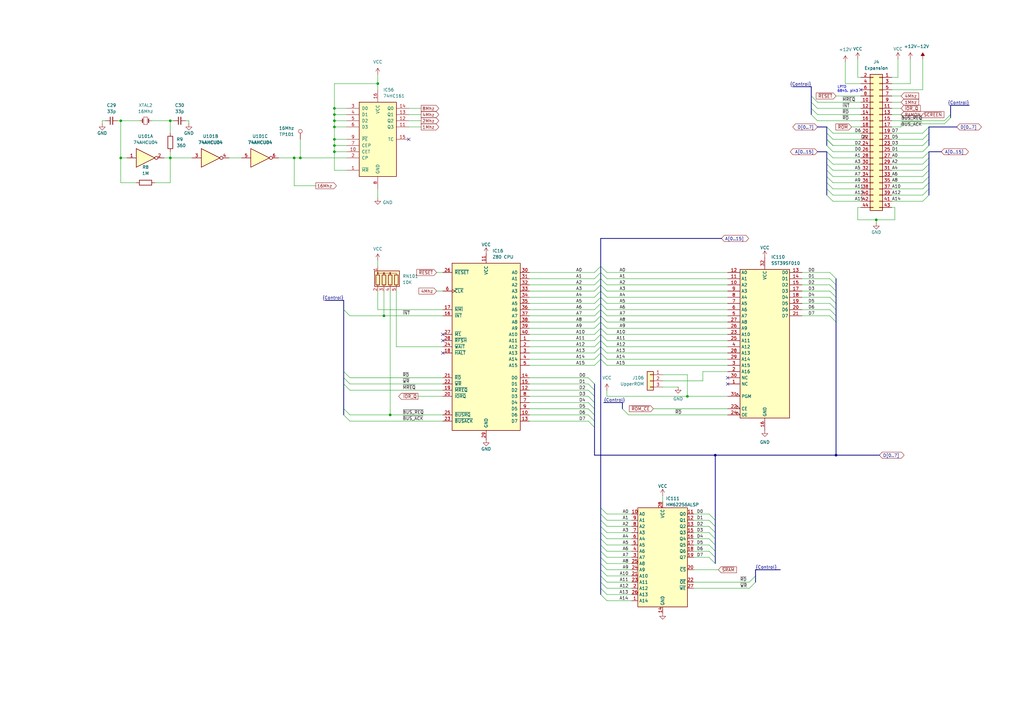
<source format=kicad_sch>
(kicad_sch (version 20250114) (generator "eeschema") (generator_version "9.0")
  (paper "A3")
  (title_block (title "CPU") (date "2025-06-04") (rev "3"))
  (lib_symbols
    (symbol "74xx:74LS04"
      (property "Reference" "U" (at 0 1.27 0))
      (property "Value" "74LS04" (at 0 -1.27 0))
      (symbol "74LS04_1_0"
        (pin input line (at -7.62 0 0) (length 3.81) (name "~") (number "1"))
        (pin output inverted (at 7.62 0 180) (length 3.81) (name "~") (number "2"))
      )
      (symbol "74LS04_2_0"
        (pin input line (at -7.62 0 0) (length 3.81) (name "~") (number "3"))
        (pin output inverted (at 7.62 0 180) (length 3.81) (name "~") (number "4"))
      )
      (symbol "74LS04_3_0"
        (pin input line (at -7.62 0 0) (length 3.81) (name "~") (number "5"))
        (pin output inverted (at 7.62 0 180) (length 3.81) (name "~") (number "6"))
      )
      (symbol "74LS04_4_0"
        (pin input line (at -7.62 0 0) (length 3.81) (name "~") (number "9"))
        (pin output inverted (at 7.62 0 180) (length 3.81) (name "~") (number "8"))
      )
      (symbol "74LS04_5_0"
        (pin input line (at -7.62 0 0) (length 3.81) (name "~") (number "11"))
        (pin output inverted (at 7.62 0 180) (length 3.81) (name "~") (number "10"))
      )
      (symbol "74LS04_6_0"
        (pin input line (at -7.62 0 0) (length 3.81) (name "~") (number "13"))
        (pin output inverted (at 7.62 0 180) (length 3.81) (name "~") (number "12"))
      )
      (symbol "74LS04_7_0"
        (pin power_in line (at 0 12.7 270) (length 5.08) (name "VCC") (number "14"))
        (pin power_in line (at 0 -12.7 90) (length 5.08) (name "GND") (number "7"))
      )
    )
    (symbol "74xx:74LS161" (pin_names (offset 1.016))
      (property "Reference" "U" (at -7.62 16.51 0))
      (property "Value" "74LS161" (at -7.62 -16.51 0))
      (symbol "74LS161_1_0"
        (pin input line (at -12.7 12.7 0) (length 5.08) (name "D0") (number "3"))
        (pin input line (at -12.7 10.16 0) (length 5.08) (name "D1") (number "4"))
        (pin input line (at -12.7 7.62 0) (length 5.08) (name "D2") (number "5"))
        (pin input line (at -12.7 5.08 0) (length 5.08) (name "D3") (number "6"))
        (pin input line (at -12.7 0 0) (length 5.08) (name "~{PE}") (number "9"))
        (pin input line (at -12.7 -2.54 0) (length 5.08) (name "CEP") (number "7"))
        (pin input line (at -12.7 -5.08 0) (length 5.08) (name "CET") (number "10"))
        (pin input line (at -12.7 -7.62 0) (length 5.08) (name "CP") (number "2"))
        (pin input line (at -12.7 -12.7 0) (length 5.08) (name "~{MR}") (number "1"))
        (pin power_in line (at 0 20.32 270) (length 5.08) (name "VCC") (number "16"))
        (pin power_in line (at 0 -20.32 90) (length 5.08) (name "GND") (number "8"))
        (pin output line (at 12.7 12.7 180) (length 5.08) (name "Q0") (number "14"))
        (pin output line (at 12.7 10.16 180) (length 5.08) (name "Q1") (number "13"))
        (pin output line (at 12.7 7.62 180) (length 5.08) (name "Q2") (number "12"))
        (pin output line (at 12.7 5.08 180) (length 5.08) (name "Q3") (number "11"))
        (pin output line (at 12.7 0 180) (length 5.08) (name "TC") (number "15"))
      )
    )
    (symbol "CPU:Z80CPU" (pin_names (offset 1.016))
      (property "Reference" "U" (at -13.97 35.56 0))
      (property "Value" "Z80CPU" (at 6.35 35.56 0))
      (symbol "Z80CPU_1_1"
        (pin input line (at -17.78 30.48 0) (length 3.81) (name "~{RESET}") (number "26"))
        (pin input clock (at -17.78 22.86 0) (length 3.81) (name "~{CLK}") (number "6"))
        (pin input line (at -17.78 15.24 0) (length 3.81) (name "~{NMI}") (number "17"))
        (pin input line (at -17.78 12.7 0) (length 3.81) (name "~{INT}") (number "16"))
        (pin output line (at -17.78 5.08 0) (length 3.81) (name "~{M1}") (number "27"))
        (pin output line (at -17.78 2.54 0) (length 3.81) (name "~{RFSH}") (number "28"))
        (pin input line (at -17.78 0 0) (length 3.81) (name "~{WAIT}") (number "24"))
        (pin output line (at -17.78 -2.54 0) (length 3.81) (name "~{HALT}") (number "18"))
        (pin output line (at -17.78 -12.7 0) (length 3.81) (name "~{RD}") (number "21"))
        (pin output line (at -17.78 -15.24 0) (length 3.81) (name "~{WR}") (number "22"))
        (pin output line (at -17.78 -17.78 0) (length 3.81) (name "~{MREQ}") (number "19"))
        (pin output line (at -17.78 -20.32 0) (length 3.81) (name "~{IORQ}") (number "20"))
        (pin input line (at -17.78 -27.94 0) (length 3.81) (name "~{BUSRQ}") (number "25"))
        (pin output line (at -17.78 -30.48 0) (length 3.81) (name "~{BUSACK}") (number "23"))
        (pin power_in line (at 0 38.1 270) (length 3.81) (name "VCC") (number "11"))
        (pin power_in line (at 0 -38.1 90) (length 3.81) (name "GND") (number "29"))
        (pin output line (at 17.78 30.48 180) (length 3.81) (name "A0") (number "30"))
        (pin output line (at 17.78 27.94 180) (length 3.81) (name "A1") (number "31"))
        (pin output line (at 17.78 25.4 180) (length 3.81) (name "A2") (number "32"))
        (pin output line (at 17.78 22.86 180) (length 3.81) (name "A3") (number "33"))
        (pin output line (at 17.78 20.32 180) (length 3.81) (name "A4") (number "34"))
        (pin output line (at 17.78 17.78 180) (length 3.81) (name "A5") (number "35"))
        (pin output line (at 17.78 15.24 180) (length 3.81) (name "A6") (number "36"))
        (pin output line (at 17.78 12.7 180) (length 3.81) (name "A7") (number "37"))
        (pin output line (at 17.78 10.16 180) (length 3.81) (name "A8") (number "38"))
        (pin output line (at 17.78 7.62 180) (length 3.81) (name "A9") (number "39"))
        (pin output line (at 17.78 5.08 180) (length 3.81) (name "A10") (number "40"))
        (pin output line (at 17.78 2.54 180) (length 3.81) (name "A11") (number "1"))
        (pin output line (at 17.78 0 180) (length 3.81) (name "A12") (number "2"))
        (pin output line (at 17.78 -2.54 180) (length 3.81) (name "A13") (number "3"))
        (pin output line (at 17.78 -5.08 180) (length 3.81) (name "A14") (number "4"))
        (pin output line (at 17.78 -7.62 180) (length 3.81) (name "A15") (number "5"))
        (pin bidirectional line (at 17.78 -12.7 180) (length 3.81) (name "D0") (number "14"))
        (pin bidirectional line (at 17.78 -15.24 180) (length 3.81) (name "D1") (number "15"))
        (pin bidirectional line (at 17.78 -17.78 180) (length 3.81) (name "D2") (number "12"))
        (pin bidirectional line (at 17.78 -20.32 180) (length 3.81) (name "D3") (number "8"))
        (pin bidirectional line (at 17.78 -22.86 180) (length 3.81) (name "D4") (number "7"))
        (pin bidirectional line (at 17.78 -25.4 180) (length 3.81) (name "D5") (number "9"))
        (pin bidirectional line (at 17.78 -27.94 180) (length 3.81) (name "D6") (number "10"))
        (pin bidirectional line (at 17.78 -30.48 180) (length 3.81) (name "D7") (number "13"))
      )
    )
    (symbol "Connector:TestPoint" (pin_numbers (hide yes)) (pin_names (offset 0.762) (hide yes))
      (property "Reference" "TP" (at 0 6.858 0))
      (property "Value" "TestPoint" (at 0 5.08 0))
      (symbol "TestPoint_1_1"
        (pin passive line (at 0 0 90) (length 2.54) (name "1") (number "1"))
      )
    )
    (symbol "Connector_Generic:Conn_01x03" (pin_names (offset 1.016) (hide yes))
      (property "Reference" "J" (at 0 5.08 0))
      (property "Value" "Conn_01x03" (at 0 -5.08 0))
      (symbol "Conn_01x03_1_1"
        (pin passive line (at -5.08 2.54 0) (length 3.81) (name "Pin_1") (number "1"))
        (pin passive line (at -5.08 0 0) (length 3.81) (name "Pin_2") (number "2"))
        (pin passive line (at -5.08 -2.54 0) (length 3.81) (name "Pin_3") (number "3"))
      )
    )
    (symbol "Connector_Generic:Conn_02x22_Odd_Even" (pin_names (offset 1.016) (hide yes))
      (property "Reference" "J" (at 1.27 27.94 0))
      (property "Value" "Conn_02x22_Odd_Even" (at 1.27 -30.48 0))
      (symbol "Conn_02x22_Odd_Even_1_1"
        (pin passive line (at -5.08 25.4 0) (length 3.81) (name "Pin_1") (number "1"))
        (pin passive line (at -5.08 22.86 0) (length 3.81) (name "Pin_3") (number "3"))
        (pin passive line (at -5.08 20.32 0) (length 3.81) (name "Pin_5") (number "5"))
        (pin passive line (at -5.08 17.78 0) (length 3.81) (name "Pin_7") (number "7"))
        (pin passive line (at -5.08 15.24 0) (length 3.81) (name "Pin_9") (number "9"))
        (pin passive line (at -5.08 12.7 0) (length 3.81) (name "Pin_11") (number "11"))
        (pin passive line (at -5.08 10.16 0) (length 3.81) (name "Pin_13") (number "13"))
        (pin passive line (at -5.08 7.62 0) (length 3.81) (name "Pin_15") (number "15"))
        (pin passive line (at -5.08 5.08 0) (length 3.81) (name "Pin_17") (number "17"))
        (pin passive line (at -5.08 2.54 0) (length 3.81) (name "Pin_19") (number "19"))
        (pin passive line (at -5.08 0 0) (length 3.81) (name "Pin_21") (number "21"))
        (pin passive line (at -5.08 -2.54 0) (length 3.81) (name "Pin_23") (number "23"))
        (pin passive line (at -5.08 -5.08 0) (length 3.81) (name "Pin_25") (number "25"))
        (pin passive line (at -5.08 -7.62 0) (length 3.81) (name "Pin_27") (number "27"))
        (pin passive line (at -5.08 -10.16 0) (length 3.81) (name "Pin_29") (number "29"))
        (pin passive line (at -5.08 -12.7 0) (length 3.81) (name "Pin_31") (number "31"))
        (pin passive line (at -5.08 -15.24 0) (length 3.81) (name "Pin_33") (number "33"))
        (pin passive line (at -5.08 -17.78 0) (length 3.81) (name "Pin_35") (number "35"))
        (pin passive line (at -5.08 -20.32 0) (length 3.81) (name "Pin_37") (number "37"))
        (pin passive line (at -5.08 -22.86 0) (length 3.81) (name "Pin_39") (number "39"))
        (pin passive line (at -5.08 -25.4 0) (length 3.81) (name "Pin_41") (number "41"))
        (pin passive line (at -5.08 -27.94 0) (length 3.81) (name "Pin_43") (number "43"))
        (pin passive line (at 7.62 25.4 180) (length 3.81) (name "Pin_2") (number "2"))
        (pin passive line (at 7.62 22.86 180) (length 3.81) (name "Pin_4") (number "4"))
        (pin passive line (at 7.62 20.32 180) (length 3.81) (name "Pin_6") (number "6"))
        (pin passive line (at 7.62 17.78 180) (length 3.81) (name "Pin_8") (number "8"))
        (pin passive line (at 7.62 15.24 180) (length 3.81) (name "Pin_10") (number "10"))
        (pin passive line (at 7.62 12.7 180) (length 3.81) (name "Pin_12") (number "12"))
        (pin passive line (at 7.62 10.16 180) (length 3.81) (name "Pin_14") (number "14"))
        (pin passive line (at 7.62 7.62 180) (length 3.81) (name "Pin_16") (number "16"))
        (pin passive line (at 7.62 5.08 180) (length 3.81) (name "Pin_18") (number "18"))
        (pin passive line (at 7.62 2.54 180) (length 3.81) (name "Pin_20") (number "20"))
        (pin passive line (at 7.62 0 180) (length 3.81) (name "Pin_22") (number "22"))
        (pin passive line (at 7.62 -2.54 180) (length 3.81) (name "Pin_24") (number "24"))
        (pin passive line (at 7.62 -5.08 180) (length 3.81) (name "Pin_26") (number "26"))
        (pin passive line (at 7.62 -7.62 180) (length 3.81) (name "Pin_28") (number "28"))
        (pin passive line (at 7.62 -10.16 180) (length 3.81) (name "Pin_30") (number "30"))
        (pin passive line (at 7.62 -12.7 180) (length 3.81) (name "Pin_32") (number "32"))
        (pin passive line (at 7.62 -15.24 180) (length 3.81) (name "Pin_34") (number "34"))
        (pin passive line (at 7.62 -17.78 180) (length 3.81) (name "Pin_36") (number "36"))
        (pin passive line (at 7.62 -20.32 180) (length 3.81) (name "Pin_38") (number "38"))
        (pin passive line (at 7.62 -22.86 180) (length 3.81) (name "Pin_40") (number "40"))
        (pin passive line (at 7.62 -25.4 180) (length 3.81) (name "Pin_42") (number "42"))
        (pin passive line (at 7.62 -27.94 180) (length 3.81) (name "Pin_44") (number "44"))
      )
    )
    (symbol "Device:C_Small" (pin_numbers (hide yes)) (pin_names (offset 0.254) (hide yes))
      (property "Reference" "C" (at 0.254 1.778 0))
      (property "Value" "C_Small" (at 0.254 -2.032 0))
      (symbol "C_Small_1_1"
        (pin passive line (at 0 2.54 270) (length 2.032) (name "~") (number "1"))
        (pin passive line (at 0 -2.54 90) (length 2.032) (name "~") (number "2"))
      )
    )
    (symbol "Device:Crystal_Small" (pin_numbers (hide yes)) (pin_names (offset 1.016) (hide yes))
      (property "Reference" "Y" (at 0 2.54 0))
      (property "Value" "Crystal_Small" (at 0 -2.54 0))
      (symbol "Crystal_Small_1_1"
        (pin passive line (at -2.54 0 0) (length 1.27) (name "1") (number "1"))
        (pin passive line (at 2.54 0 180) (length 1.27) (name "2") (number "2"))
      )
    )
    (symbol "Device:R" (pin_numbers (hide yes)) (pin_names (offset 0))
      (property "Reference" "R" (at 2.032 0 90))
      (property "Value" "R" (at 0 0 90))
      (symbol "R_1_1"
        (pin passive line (at 0 3.81 270) (length 1.27) (name "~") (number "1"))
        (pin passive line (at 0 -3.81 90) (length 1.27) (name "~") (number "2"))
      )
    )
    (symbol "Device:R_Network04" (pin_names (offset 0) (hide yes))
      (property "Reference" "RN" (at -7.62 0 90))
      (property "Value" "R_Network04" (at 5.08 0 90))
      (symbol "R_Network04_1_1"
        (pin passive line (at -5.08 5.08 270) (length 2.54) (name "common") (number "1"))
        (pin passive line (at -5.08 -5.08 90) (length 1.27) (name "R1") (number "2"))
        (pin passive line (at -2.54 -5.08 90) (length 1.27) (name "R2") (number "3"))
        (pin passive line (at 0 -5.08 90) (length 1.27) (name "R3") (number "4"))
        (pin passive line (at 2.54 -5.08 90) (length 1.27) (name "R4") (number "5"))
      )
    )
    (symbol "Memory_Flash:SST39SF010"
      (property "Reference" "U" (at 2.54 33.02 0))
      (property "Value" "SST39SF010" (at 0 -30.48 0))
      (symbol "SST39SF010_0_0"
        (pin power_in line (at 0 36.83 270) (length 5.08) (name "VCC") (number "32"))
        (pin power_in line (at 0 -34.29 90) (length 5.08) (name "GND") (number "16"))
      )
      (symbol "SST39SF010_1_1"
        (pin input line (at -15.24 30.48 0) (length 5.08) (name "A0") (number "12"))
        (pin input line (at -15.24 27.94 0) (length 5.08) (name "A1") (number "11"))
        (pin input line (at -15.24 25.4 0) (length 5.08) (name "A2") (number "10"))
        (pin input line (at -15.24 22.86 0) (length 5.08) (name "A3") (number "9"))
        (pin input line (at -15.24 20.32 0) (length 5.08) (name "A4") (number "8"))
        (pin input line (at -15.24 17.78 0) (length 5.08) (name "A5") (number "7"))
        (pin input line (at -15.24 15.24 0) (length 5.08) (name "A6") (number "6"))
        (pin input line (at -15.24 12.7 0) (length 5.08) (name "A7") (number "5"))
        (pin input line (at -15.24 10.16 0) (length 5.08) (name "A8") (number "27"))
        (pin input line (at -15.24 7.62 0) (length 5.08) (name "A9") (number "26"))
        (pin input line (at -15.24 5.08 0) (length 5.08) (name "A10") (number "23"))
        (pin input line (at -15.24 2.54 0) (length 5.08) (name "A11") (number "25"))
        (pin input line (at -15.24 0 0) (length 5.08) (name "A12") (number "4"))
        (pin input line (at -15.24 -2.54 0) (length 5.08) (name "A13") (number "28"))
        (pin input line (at -15.24 -5.08 0) (length 5.08) (name "A14") (number "29"))
        (pin input line (at -15.24 -7.62 0) (length 5.08) (name "A15") (number "3"))
        (pin input line (at -15.24 -10.16 0) (length 5.08) (name "A16") (number "2"))
        (pin input line (at -15.24 -12.7 0) (length 5.08) (name "NC") (number "30"))
        (pin input line (at -15.24 -15.24 0) (length 5.08) (name "NC") (number "1"))
        (pin input input_low (at -15.24 -20.32 0) (length 5.08) (name "PGM") (number "31"))
        (pin input input_low (at -15.24 -25.4 0) (length 5.08) (name "CE") (number "22"))
        (pin input input_low (at -15.24 -27.94 0) (length 5.08) (name "OE") (number "24"))
        (pin tri_state line (at 15.24 30.48 180) (length 5.08) (name "D0") (number "13"))
        (pin tri_state line (at 15.24 27.94 180) (length 5.08) (name "D1") (number "14"))
        (pin tri_state line (at 15.24 25.4 180) (length 5.08) (name "D2") (number "15"))
        (pin tri_state line (at 15.24 22.86 180) (length 5.08) (name "D3") (number "17"))
        (pin tri_state line (at 15.24 20.32 180) (length 5.08) (name "D4") (number "18"))
        (pin tri_state line (at 15.24 17.78 180) (length 5.08) (name "D5") (number "19"))
        (pin tri_state line (at 15.24 15.24 180) (length 5.08) (name "D6") (number "20"))
        (pin tri_state line (at 15.24 12.7 180) (length 5.08) (name "D7") (number "21"))
      )
    )
    (symbol "Memory_RAM:CY62256-70PC"
      (property "Reference" "U" (at -10.16 20.955 0))
      (property "Value" "CY62256-70PC" (at 2.54 20.955 0))
      (symbol "CY62256-70PC_0_0"
        (pin power_in line (at 0 22.86 270) (length 2.54) (name "VCC") (number "28"))
        (pin power_in line (at 0 -22.86 90) (length 2.54) (name "GND") (number "14"))
      )
      (symbol "CY62256-70PC_1_1"
        (pin input line (at -12.7 17.78 0) (length 2.54) (name "A0") (number "10"))
        (pin input line (at -12.7 15.24 0) (length 2.54) (name "A1") (number "9"))
        (pin input line (at -12.7 12.7 0) (length 2.54) (name "A2") (number "8"))
        (pin input line (at -12.7 10.16 0) (length 2.54) (name "A3") (number "7"))
        (pin input line (at -12.7 7.62 0) (length 2.54) (name "A4") (number "6"))
        (pin input line (at -12.7 5.08 0) (length 2.54) (name "A5") (number "5"))
        (pin input line (at -12.7 2.54 0) (length 2.54) (name "A6") (number "4"))
        (pin input line (at -12.7 0 0) (length 2.54) (name "A7") (number "3"))
        (pin input line (at -12.7 -2.54 0) (length 2.54) (name "A8") (number "25"))
        (pin input line (at -12.7 -5.08 0) (length 2.54) (name "A9") (number "24"))
        (pin input line (at -12.7 -7.62 0) (length 2.54) (name "A10") (number "21"))
        (pin input line (at -12.7 -10.16 0) (length 2.54) (name "A11") (number "23"))
        (pin input line (at -12.7 -12.7 0) (length 2.54) (name "A12") (number "2"))
        (pin input line (at -12.7 -15.24 0) (length 2.54) (name "A13") (number "26"))
        (pin input line (at -12.7 -17.78 0) (length 2.54) (name "A14") (number "1"))
        (pin tri_state line (at 12.7 17.78 180) (length 2.54) (name "Q0") (number "11"))
        (pin tri_state line (at 12.7 15.24 180) (length 2.54) (name "Q1") (number "12"))
        (pin tri_state line (at 12.7 12.7 180) (length 2.54) (name "Q2") (number "13"))
        (pin tri_state line (at 12.7 10.16 180) (length 2.54) (name "Q3") (number "15"))
        (pin tri_state line (at 12.7 7.62 180) (length 2.54) (name "Q4") (number "16"))
        (pin tri_state line (at 12.7 5.08 180) (length 2.54) (name "Q5") (number "17"))
        (pin tri_state line (at 12.7 2.54 180) (length 2.54) (name "Q6") (number "18"))
        (pin tri_state line (at 12.7 0 180) (length 2.54) (name "Q7") (number "19"))
        (pin input line (at 12.7 -5.08 180) (length 2.54) (name "~{CS}") (number "20"))
        (pin input line (at 12.7 -10.16 180) (length 2.54) (name "~{OE}") (number "22"))
        (pin input line (at 12.7 -12.7 180) (length 2.54) (name "~{WE}") (number "27"))
      )
    )
    (symbol "power:+12V" (power) (pin_numbers (hide yes)) (pin_names (offset 0) (hide yes))
      (property "Value" "+12V" (at 0 3.556 0))
      (symbol "+12V_1_1"
        (pin power_in line (at 0 0 90) (length 0) (name "~") (number "1"))
      )
    )
    (symbol "power:-12V" (power) (pin_numbers (hide yes)) (pin_names (offset 0) (hide yes))
      (property "Value" "-12V" (at 0 3.556 0))
      (symbol "-12V_0_0"
        (pin power_in line (at 0 0 90) (length 0) (name "~") (number "1"))
      )
    )
    (symbol "power:GND" (power) (pin_numbers (hide yes)) (pin_names (offset 0) (hide yes))
      (property "Value" "GND" (at 0 -3.81 0))
      (symbol "GND_1_1"
        (pin power_in line (at 0 0 270) (length 0) (name "~") (number "1"))
      )
    )
    (symbol "power:VCC" (power) (pin_numbers (hide yes)) (pin_names (offset 0) (hide yes))
      (property "Value" "VCC" (at 0 3.556 0))
      (symbol "VCC_1_1"
        (pin power_in line (at 0 0 90) (length 0) (name "~") (number "1"))
      )
    )
  )
  (bus_alias "Control" (members "Reset" "~{Reset}" "~{INT}" "~{BUS_REQ}" "~{M1}" "~{RFSH}" "~{RD}" "~{WR}" "~{IOR_Q}" "~{MREQ}" "~{BUS_ACK}"))
  (text "LPTD\n6845. pin3" (at 343.408 36.576 0) (effects (font (size 1.016 1.016)) (justify left)))
  (junction (at 69.85 49.53))
  (junction (at 293.37 186.69))
  (junction (at 49.53 64.77))
  (junction (at 281.94 162.56))
  (junction (at 342.9 186.69))
  (junction (at 160.02 170.18))
  (junction (at 137.16 44.45))
  (junction (at 120.65 64.77))
  (junction (at 137.16 52.07))
  (junction (at 137.16 59.69))
  (junction (at 157.48 129.54))
  (junction (at 49.53 49.53))
  (junction (at 359.41 90.17))
  (junction (at 123.19 64.77))
  (junction (at 69.85 64.77))
  (junction (at 137.16 62.23))
  (junction (at 154.94 34.29))
  (junction (at 137.16 57.15))
  (junction (at 137.16 49.53))
  (junction (at 137.16 46.99))
  (no_connect (at 181.61 137.16))
  (no_connect (at 353.06 36.83))
  (no_connect (at 167.64 57.15))
  (no_connect (at 298.45 154.94))
  (no_connect (at 181.61 144.78))
  (no_connect (at 298.45 157.48))
  (no_connect (at 181.61 139.7))
  (bus_entry (at 140.97 167.64) (size 2.54 2.54))
  (bus_entry (at 243.84 121.92) (size 2.54 -2.54))
  (bus_entry (at 339.09 80.01) (size 2.54 2.54))
  (bus_entry (at 339.09 64.77) (size 2.54 2.54))
  (bus_entry (at 241.3 162.56) (size 2.54 2.54))
  (bus_entry (at 248.92 210.82) (size -2.54 -2.54))
  (bus_entry (at 248.92 134.62) (size -2.54 -2.54))
  (bus_entry (at 248.92 223.52) (size -2.54 -2.54))
  (bus_entry (at 248.92 233.68) (size -2.54 -2.54))
  (bus_entry (at 140.97 154.94) (size 2.54 2.54))
  (bus_entry (at 290.83 215.9) (size 2.54 2.54))
  (bus_entry (at 243.84 137.16) (size 2.54 -2.54))
  (bus_entry (at 248.92 116.84) (size -2.54 -2.54))
  (bus_entry (at 309.88 238.76) (size -2.54 2.54))
  (bus_entry (at 241.3 154.94) (size 2.54 2.54))
  (bus_entry (at 340.36 127) (size 2.54 2.54))
  (bus_entry (at 243.84 114.3) (size 2.54 -2.54))
  (bus_entry (at 339.09 54.61) (size 2.54 2.54))
  (bus_entry (at 241.3 170.18) (size 2.54 2.54))
  (bus_entry (at 248.92 238.76) (size -2.54 -2.54))
  (bus_entry (at 243.84 116.84) (size 2.54 -2.54))
  (bus_entry (at 290.83 220.98) (size 2.54 2.54))
  (bus_entry (at 290.83 210.82) (size 2.54 2.54))
  (bus_entry (at 389.89 48.26) (size -2.54 2.54))
  (bus_entry (at 248.92 139.7) (size -2.54 -2.54))
  (bus_entry (at 243.84 129.54) (size 2.54 -2.54))
  (bus_entry (at 340.36 124.46) (size 2.54 2.54))
  (bus_entry (at 140.97 157.48) (size 2.54 2.54))
  (bus_entry (at 243.84 124.46) (size 2.54 -2.54))
  (bus_entry (at 241.3 167.64) (size 2.54 2.54))
  (bus_entry (at 248.92 243.84) (size -2.54 -2.54))
  (bus_entry (at 381 74.93) (size -2.54 2.54))
  (bus_entry (at 339.09 57.15) (size 2.54 2.54))
  (bus_entry (at 243.84 132.08) (size 2.54 -2.54))
  (bus_entry (at 243.84 144.78) (size 2.54 -2.54))
  (bus_entry (at 381 72.39) (size -2.54 2.54))
  (bus_entry (at 381 54.61) (size -2.54 2.54))
  (bus_entry (at 389.89 46.99) (size -2.54 2.54))
  (bus_entry (at 290.83 228.6) (size 2.54 2.54))
  (bus_entry (at 290.83 213.36) (size 2.54 2.54))
  (bus_entry (at 243.84 111.76) (size 2.54 -2.54))
  (bus_entry (at 243.84 127) (size 2.54 -2.54))
  (bus_entry (at 290.83 226.06) (size 2.54 2.54))
  (bus_entry (at 248.92 129.54) (size -2.54 -2.54))
  (bus_entry (at 381 77.47) (size -2.54 2.54))
  (bus_entry (at 241.3 172.72) (size 2.54 2.54))
  (bus_entry (at 339.09 52.07) (size 2.54 2.54))
  (bus_entry (at 332.74 39.37) (size 2.54 2.54))
  (bus_entry (at 248.92 142.24) (size -2.54 -2.54))
  (bus_entry (at 381 64.77) (size -2.54 2.54))
  (bus_entry (at 340.36 114.3) (size 2.54 2.54))
  (bus_entry (at 290.83 218.44) (size 2.54 2.54))
  (bus_entry (at 248.92 213.36) (size -2.54 -2.54))
  (bus_entry (at 381 67.31) (size -2.54 2.54))
  (bus_entry (at 248.92 246.38) (size -2.54 -2.54))
  (bus_entry (at 339.09 69.85) (size 2.54 2.54))
  (bus_entry (at 248.92 124.46) (size -2.54 -2.54))
  (bus_entry (at 248.92 215.9) (size -2.54 -2.54))
  (bus_entry (at 248.92 218.44) (size -2.54 -2.54))
  (bus_entry (at 340.36 121.92) (size 2.54 2.54))
  (bus_entry (at 339.09 77.47) (size 2.54 2.54))
  (bus_entry (at 309.88 236.22) (size -2.54 2.54))
  (bus_entry (at 248.92 147.32) (size -2.54 -2.54))
  (bus_entry (at 248.92 228.6) (size -2.54 -2.54))
  (bus_entry (at 339.09 62.23) (size 2.54 2.54))
  (bus_entry (at 290.83 223.52) (size 2.54 2.54))
  (bus_entry (at 340.36 116.84) (size 2.54 2.54))
  (bus_entry (at 381 62.23) (size -2.54 2.54))
  (bus_entry (at 243.84 119.38) (size 2.54 -2.54))
  (bus_entry (at 248.92 220.98) (size -2.54 -2.54))
  (bus_entry (at 243.84 149.86) (size 2.54 -2.54))
  (bus_entry (at 248.92 114.3) (size -2.54 -2.54))
  (bus_entry (at 381 52.07) (size -2.54 2.54))
  (bus_entry (at 339.09 67.31) (size 2.54 2.54))
  (bus_entry (at 241.3 165.1) (size 2.54 2.54))
  (bus_entry (at 248.92 111.76) (size -2.54 -2.54))
  (bus_entry (at 340.36 119.38) (size 2.54 2.54))
  (bus_entry (at 381 69.85) (size -2.54 2.54))
  (bus_entry (at 381 57.15) (size -2.54 2.54))
  (bus_entry (at 248.92 132.08) (size -2.54 -2.54))
  (bus_entry (at 339.09 59.69) (size 2.54 2.54))
  (bus_entry (at 241.3 160.02) (size 2.54 2.54))
  (bus_entry (at 248.92 137.16) (size -2.54 -2.54))
  (bus_entry (at 140.97 127) (size 2.54 2.54))
  (bus_entry (at 381 59.69) (size -2.54 2.54))
  (bus_entry (at 248.92 241.3) (size -2.54 -2.54))
  (bus_entry (at 332.74 41.91) (size 2.54 2.54))
  (bus_entry (at 248.92 149.86) (size -2.54 -2.54))
  (bus_entry (at 340.36 111.76) (size 2.54 2.54))
  (bus_entry (at 332.74 46.99) (size 2.54 2.54))
  (bus_entry (at 140.97 170.18) (size 2.54 2.54))
  (bus_entry (at 248.92 144.78) (size -2.54 -2.54))
  (bus_entry (at 140.97 152.4) (size 2.54 2.54))
  (bus_entry (at 248.92 119.38) (size -2.54 -2.54))
  (bus_entry (at 248.92 127) (size -2.54 -2.54))
  (bus_entry (at 248.92 121.92) (size -2.54 -2.54))
  (bus_entry (at 243.84 147.32) (size 2.54 -2.54))
  (bus_entry (at 339.09 72.39) (size 2.54 2.54))
  (bus_entry (at 243.84 134.62) (size 2.54 -2.54))
  (bus_entry (at 241.3 157.48) (size 2.54 2.54))
  (bus_entry (at 332.74 44.45) (size 2.54 2.54))
  (bus_entry (at 339.09 74.93) (size 2.54 2.54))
  (bus_entry (at 340.36 129.54) (size 2.54 2.54))
  (bus_entry (at 243.84 139.7) (size 2.54 -2.54))
  (bus_entry (at 339.09 57.15) (size 2.54 2.54))
  (bus_entry (at 255.27 167.64) (size 2.54 2.54))
  (bus_entry (at 243.84 142.24) (size 2.54 -2.54))
  (bus_entry (at 248.92 236.22) (size -2.54 -2.54))
  (bus_entry (at 248.92 226.06) (size -2.54 -2.54))
  (bus_entry (at 381 80.01) (size -2.54 2.54))
  (bus_entry (at 248.92 231.14) (size -2.54 -2.54))
  (wire (pts (xy 328.93 124.46) (xy 340.36 124.46)))
  (bus (pts (xy 293.37 186.69) (xy 342.9 186.69)))
  (wire (pts (xy 248.92 111.76) (xy 298.45 111.76)))
  (wire (pts (xy 271.78 158.75) (xy 278.13 158.75)))
  (wire (pts (xy 143.51 170.18) (xy 160.02 170.18)))
  (wire (pts (xy 341.63 57.15) (xy 353.06 57.15)))
  (wire (pts (xy 160.02 119.38) (xy 160.02 170.18)))
  (wire (pts (xy 143.51 154.94) (xy 181.61 154.94)))
  (wire (pts (xy 137.16 46.99) (xy 137.16 44.45)))
  (wire (pts (xy 137.16 34.29) (xy 154.94 34.29)))
  (wire (pts (xy 67.31 64.77) (xy 69.85 64.77)))
  (bus (pts (xy 246.38 241.3) (xy 246.38 238.76)))
  (wire (pts (xy 77.47 49.53) (xy 76.2 49.53)))
  (wire (pts (xy 217.17 111.76) (xy 243.84 111.76)))
  (bus (pts (xy 246.38 97.79) (xy 295.91 97.79)))
  (bus (pts (xy 246.38 210.82) (xy 246.38 208.28)))
  (wire (pts (xy 217.17 160.02) (xy 241.3 160.02)))
  (wire (pts (xy 365.76 59.69) (xy 378.46 59.69)))
  (wire (pts (xy 365.76 36.83) (xy 378.46 36.83)))
  (bus (pts (xy 335.28 62.23) (xy 339.09 62.23)))
  (bus (pts (xy 293.37 228.6) (xy 293.37 231.14)))
  (bus (pts (xy 243.84 165.1) (xy 243.84 167.64)))
  (bus (pts (xy 246.38 129.54) (xy 246.38 127)))
  (wire (pts (xy 341.63 80.01) (xy 353.06 80.01)))
  (bus (pts (xy 246.38 147.32) (xy 246.38 144.78)))
  (bus (pts (xy 246.38 223.52) (xy 246.38 220.98)))
  (wire (pts (xy 342.9 39.37) (xy 353.06 39.37)))
  (bus (pts (xy 360.68 186.69) (xy 342.9 186.69)))
  (bus (pts (xy 339.09 52.07) (xy 339.09 54.61)))
  (bus (pts (xy 140.97 154.94) (xy 140.97 157.48)))
  (wire (pts (xy 335.28 41.91) (xy 353.06 41.91)))
  (bus (pts (xy 246.38 147.32) (xy 246.38 208.28)))
  (wire (pts (xy 335.28 46.99) (xy 353.06 46.99)))
  (wire (pts (xy 328.93 127) (xy 340.36 127)))
  (wire (pts (xy 284.48 223.52) (xy 290.83 223.52)))
  (wire (pts (xy 351.79 24.13) (xy 351.79 31.75)))
  (wire (pts (xy 137.16 62.23) (xy 142.24 62.23)))
  (wire (pts (xy 353.06 85.09) (xy 351.79 85.09)))
  (bus (pts (xy 243.84 167.64) (xy 243.84 170.18)))
  (wire (pts (xy 217.17 157.48) (xy 241.3 157.48)))
  (bus (pts (xy 140.97 157.48) (xy 140.97 167.64)))
  (bus (pts (xy 246.38 226.06) (xy 246.38 223.52)))
  (bus (pts (xy 246.38 218.44) (xy 246.38 215.9)))
  (wire (pts (xy 217.17 167.64) (xy 241.3 167.64)))
  (wire (pts (xy 248.92 147.32) (xy 298.45 147.32)))
  (wire (pts (xy 93.98 64.77) (xy 99.06 64.77)))
  (bus (pts (xy 342.9 119.38) (xy 342.9 121.92)))
  (wire (pts (xy 368.3 24.13) (xy 368.3 31.75)))
  (wire (pts (xy 154.94 77.47) (xy 154.94 81.28)))
  (wire (pts (xy 77.47 50.8) (xy 77.47 49.53)))
  (wire (pts (xy 49.53 64.77) (xy 52.07 64.77)))
  (bus (pts (xy 342.9 114.3) (xy 342.9 116.84)))
  (wire (pts (xy 248.92 162.56) (xy 248.92 160.02)))
  (bus (pts (xy 246.38 241.3) (xy 246.38 243.84)))
  (wire (pts (xy 288.29 156.21) (xy 271.78 156.21)))
  (wire (pts (xy 365.76 74.93) (xy 378.46 74.93)))
  (wire (pts (xy 217.17 154.94) (xy 241.3 154.94)))
  (bus (pts (xy 381 54.61) (xy 381 52.07)))
  (bus (pts (xy 342.9 129.54) (xy 342.9 132.08)))
  (bus (pts (xy 255.27 167.64) (xy 255.27 165.1)))
  (wire (pts (xy 154.94 106.68) (xy 154.94 109.22)))
  (wire (pts (xy 365.76 77.47) (xy 378.46 77.47)))
  (wire (pts (xy 365.76 62.23) (xy 378.46 62.23)))
  (wire (pts (xy 365.76 82.55) (xy 378.46 82.55)))
  (bus (pts (xy 339.09 57.15) (xy 339.09 59.69)))
  (bus (pts (xy 332.74 35.56) (xy 332.74 39.37)))
  (bus (pts (xy 381 62.23) (xy 386.08 62.23)))
  (wire (pts (xy 217.17 142.24) (xy 243.84 142.24)))
  (bus (pts (xy 246.38 215.9) (xy 246.38 213.36)))
  (bus (pts (xy 246.38 228.6) (xy 246.38 226.06)))
  (wire (pts (xy 48.26 49.53) (xy 49.53 49.53)))
  (wire (pts (xy 217.17 121.92) (xy 243.84 121.92)))
  (bus (pts (xy 133.35 123.19) (xy 140.97 123.19)))
  (wire (pts (xy 346.71 34.29) (xy 353.06 34.29)))
  (bus (pts (xy 246.38 97.79) (xy 246.38 109.22)))
  (wire (pts (xy 328.93 119.38) (xy 340.36 119.38)))
  (wire (pts (xy 341.63 67.31) (xy 353.06 67.31)))
  (wire (pts (xy 49.53 74.93) (xy 49.53 64.77)))
  (bus (pts (xy 247.65 165.1) (xy 255.27 165.1)))
  (wire (pts (xy 284.48 220.98) (xy 290.83 220.98)))
  (wire (pts (xy 341.63 82.55) (xy 353.06 82.55)))
  (wire (pts (xy 171.45 162.56) (xy 181.61 162.56)))
  (bus (pts (xy 246.38 236.22) (xy 246.38 233.68)))
  (bus (pts (xy 381 69.85) (xy 381 67.31)))
  (wire (pts (xy 137.16 46.99) (xy 142.24 46.99)))
  (bus (pts (xy 381 67.31) (xy 381 64.77)))
  (bus (pts (xy 325.12 35.56) (xy 332.74 35.56)))
  (bus (pts (xy 293.37 223.52) (xy 293.37 226.06)))
  (wire (pts (xy 41.91 50.8) (xy 41.91 49.53)))
  (wire (pts (xy 248.92 127) (xy 298.45 127)))
  (bus (pts (xy 243.84 170.18) (xy 243.84 172.72)))
  (bus (pts (xy 335.28 52.07) (xy 339.09 52.07)))
  (wire (pts (xy 288.29 152.4) (xy 288.29 156.21)))
  (wire (pts (xy 217.17 134.62) (xy 243.84 134.62)))
  (wire (pts (xy 162.56 142.24) (xy 162.56 119.38)))
  (bus (pts (xy 381 77.47) (xy 381 74.93)))
  (bus (pts (xy 246.38 137.16) (xy 246.38 134.62)))
  (bus (pts (xy 246.38 213.36) (xy 246.38 210.82)))
  (wire (pts (xy 259.08 223.52) (xy 248.92 223.52)))
  (wire (pts (xy 373.38 34.29) (xy 365.76 34.29)))
  (bus (pts (xy 381 57.15) (xy 381 54.61)))
  (wire (pts (xy 160.02 170.18) (xy 181.61 170.18)))
  (bus (pts (xy 342.9 124.46) (xy 342.9 127)))
  (wire (pts (xy 259.08 210.82) (xy 248.92 210.82)))
  (wire (pts (xy 259.08 238.76) (xy 248.92 238.76)))
  (wire (pts (xy 217.17 124.46) (xy 243.84 124.46)))
  (wire (pts (xy 248.92 137.16) (xy 298.45 137.16)))
  (bus (pts (xy 339.09 72.39) (xy 339.09 69.85)))
  (bus (pts (xy 339.09 74.93) (xy 339.09 72.39)))
  (bus (pts (xy 246.38 220.98) (xy 246.38 218.44)))
  (wire (pts (xy 123.19 57.15) (xy 123.19 64.77)))
  (wire (pts (xy 365.76 80.01) (xy 378.46 80.01)))
  (wire (pts (xy 328.93 114.3) (xy 340.36 114.3)))
  (wire (pts (xy 365.76 39.37) (xy 369.57 39.37)))
  (bus (pts (xy 246.38 231.14) (xy 246.38 228.6)))
  (wire (pts (xy 284.48 233.68) (xy 294.64 233.68)))
  (wire (pts (xy 217.17 119.38) (xy 243.84 119.38)))
  (bus (pts (xy 246.38 116.84) (xy 246.38 114.3)))
  (bus (pts (xy 339.09 54.61) (xy 339.09 57.15)))
  (wire (pts (xy 259.08 215.9) (xy 248.92 215.9)))
  (bus (pts (xy 339.09 80.01) (xy 339.09 77.47)))
  (wire (pts (xy 181.61 142.24) (xy 162.56 142.24)))
  (bus (pts (xy 140.97 127) (xy 140.97 152.4)))
  (wire (pts (xy 387.35 50.8) (xy 369.57 50.8)))
  (wire (pts (xy 142.24 69.85) (xy 137.16 69.85)))
  (wire (pts (xy 217.17 147.32) (xy 243.84 147.32)))
  (wire (pts (xy 259.08 233.68) (xy 248.92 233.68)))
  (wire (pts (xy 69.85 74.93) (xy 69.85 64.77)))
  (wire (pts (xy 259.08 236.22) (xy 248.92 236.22)))
  (wire (pts (xy 120.65 64.77) (xy 120.65 76.2)))
  (wire (pts (xy 284.48 226.06) (xy 290.83 226.06)))
  (wire (pts (xy 120.65 76.2) (xy 129.54 76.2)))
  (wire (pts (xy 69.85 54.61) (xy 69.85 49.53)))
  (wire (pts (xy 69.85 49.53) (xy 62.23 49.53)))
  (wire (pts (xy 284.48 238.76) (xy 307.34 238.76)))
  (wire (pts (xy 69.85 62.23) (xy 69.85 64.77)))
  (bus (pts (xy 381 64.77) (xy 381 62.23)))
  (wire (pts (xy 217.17 132.08) (xy 243.84 132.08)))
  (wire (pts (xy 157.48 119.38) (xy 157.48 129.54)))
  (wire (pts (xy 137.16 62.23) (xy 137.16 59.69)))
  (wire (pts (xy 217.17 165.1) (xy 241.3 165.1)))
  (wire (pts (xy 271.78 153.67) (xy 281.94 153.67)))
  (bus (pts (xy 381 77.47) (xy 381 80.01)))
  (wire (pts (xy 341.63 77.47) (xy 353.06 77.47)))
  (wire (pts (xy 365.76 54.61) (xy 378.46 54.61)))
  (bus (pts (xy 246.38 111.76) (xy 246.38 109.22)))
  (wire (pts (xy 217.17 129.54) (xy 243.84 129.54)))
  (wire (pts (xy 298.45 134.62) (xy 248.92 134.62)))
  (bus (pts (xy 293.37 213.36) (xy 293.37 215.9)))
  (bus (pts (xy 342.9 132.08) (xy 342.9 186.69)))
  (wire (pts (xy 284.48 228.6) (xy 290.83 228.6)))
  (wire (pts (xy 359.41 90.17) (xy 359.41 91.44)))
  (wire (pts (xy 157.48 129.54) (xy 181.61 129.54)))
  (bus (pts (xy 243.84 172.72) (xy 243.84 175.26)))
  (wire (pts (xy 284.48 213.36) (xy 290.83 213.36)))
  (wire (pts (xy 137.16 49.53) (xy 137.16 46.99)))
  (wire (pts (xy 71.12 49.53) (xy 69.85 49.53)))
  (wire (pts (xy 365.76 67.31) (xy 378.46 67.31)))
  (wire (pts (xy 167.64 49.53) (xy 172.72 49.53)))
  (wire (pts (xy 154.94 34.29) (xy 154.94 36.83)))
  (wire (pts (xy 257.81 170.18) (xy 298.45 170.18)))
  (wire (pts (xy 179.07 119.38) (xy 181.61 119.38)))
  (wire (pts (xy 346.71 25.4) (xy 346.71 34.29)))
  (bus (pts (xy 339.09 64.77) (xy 339.09 62.23)))
  (bus (pts (xy 381 72.39) (xy 381 69.85)))
  (bus (pts (xy 246.38 127) (xy 246.38 124.46)))
  (wire (pts (xy 365.76 44.45) (xy 369.57 44.45)))
  (wire (pts (xy 248.92 119.38) (xy 298.45 119.38)))
  (bus (pts (xy 339.09 69.85) (xy 339.09 67.31)))
  (wire (pts (xy 248.92 149.86) (xy 298.45 149.86)))
  (wire (pts (xy 369.57 50.8) (xy 369.57 52.07)))
  (wire (pts (xy 259.08 231.14) (xy 248.92 231.14)))
  (wire (pts (xy 284.48 218.44) (xy 290.83 218.44)))
  (wire (pts (xy 281.94 153.67) (xy 281.94 162.56)))
  (bus (pts (xy 339.09 67.31) (xy 339.09 64.77)))
  (bus (pts (xy 246.38 119.38) (xy 246.38 116.84)))
  (bus (pts (xy 243.84 160.02) (xy 243.84 162.56)))
  (bus (pts (xy 293.37 186.69) (xy 293.37 213.36)))
  (wire (pts (xy 181.61 127) (xy 154.94 127)))
  (bus (pts (xy 381 59.69) (xy 381 57.15)))
  (bus (pts (xy 293.37 218.44) (xy 293.37 220.98)))
  (wire (pts (xy 298.45 162.56) (xy 281.94 162.56)))
  (wire (pts (xy 298.45 116.84) (xy 248.92 116.84)))
  (wire (pts (xy 359.41 90.17) (xy 351.79 90.17)))
  (wire (pts (xy 217.17 144.78) (xy 243.84 144.78)))
  (wire (pts (xy 154.94 30.48) (xy 154.94 34.29)))
  (bus (pts (xy 309.88 236.22) (xy 309.88 238.76)))
  (bus (pts (xy 246.38 233.68) (xy 246.38 231.14)))
  (wire (pts (xy 55.88 74.93) (xy 49.53 74.93)))
  (bus (pts (xy 389.89 43.18) (xy 397.51 43.18)))
  (wire (pts (xy 248.92 132.08) (xy 298.45 132.08)))
  (bus (pts (xy 243.84 186.69) (xy 293.37 186.69)))
  (wire (pts (xy 123.19 64.77) (xy 142.24 64.77)))
  (wire (pts (xy 259.08 213.36) (xy 248.92 213.36)))
  (wire (pts (xy 284.48 215.9) (xy 290.83 215.9)))
  (wire (pts (xy 217.17 139.7) (xy 243.84 139.7)))
  (wire (pts (xy 365.76 46.99) (xy 369.57 46.99)))
  (wire (pts (xy 259.08 220.98) (xy 248.92 220.98)))
  (wire (pts (xy 217.17 170.18) (xy 241.3 170.18)))
  (wire (pts (xy 179.07 111.76) (xy 181.61 111.76)))
  (wire (pts (xy 365.76 57.15) (xy 378.46 57.15)))
  (wire (pts (xy 137.16 59.69) (xy 142.24 59.69)))
  (wire (pts (xy 349.25 52.07) (xy 353.06 52.07)))
  (wire (pts (xy 341.63 64.77) (xy 353.06 64.77)))
  (wire (pts (xy 217.17 127) (xy 243.84 127)))
  (wire (pts (xy 137.16 57.15) (xy 142.24 57.15)))
  (wire (pts (xy 341.63 62.23) (xy 353.06 62.23)))
  (wire (pts (xy 351.79 31.75) (xy 353.06 31.75)))
  (wire (pts (xy 259.08 241.3) (xy 248.92 241.3)))
  (wire (pts (xy 367.03 90.17) (xy 359.41 90.17)))
  (bus (pts (xy 140.97 167.64) (xy 140.97 170.18)))
  (bus (pts (xy 381 74.93) (xy 381 72.39)))
  (wire (pts (xy 365.76 52.07) (xy 369.57 52.07)))
  (bus (pts (xy 246.38 236.22) (xy 246.38 238.76)))
  (wire (pts (xy 335.28 44.45) (xy 353.06 44.45)))
  (wire (pts (xy 143.51 157.48) (xy 181.61 157.48)))
  (wire (pts (xy 259.08 228.6) (xy 248.92 228.6)))
  (wire (pts (xy 259.08 218.44) (xy 248.92 218.44)))
  (wire (pts (xy 365.76 85.09) (xy 367.03 85.09)))
  (wire (pts (xy 248.92 246.38) (xy 259.08 246.38)))
  (wire (pts (xy 284.48 241.3) (xy 307.34 241.3)))
  (bus (pts (xy 246.38 132.08) (xy 246.38 129.54)))
  (wire (pts (xy 341.63 72.39) (xy 353.06 72.39)))
  (wire (pts (xy 114.3 64.77) (xy 120.65 64.77)))
  (wire (pts (xy 137.16 44.45) (xy 137.16 34.29)))
  (wire (pts (xy 49.53 49.53) (xy 49.53 64.77)))
  (bus (pts (xy 339.09 77.47) (xy 339.09 74.93)))
  (wire (pts (xy 373.38 24.13) (xy 373.38 34.29)))
  (wire (pts (xy 365.76 64.77) (xy 378.46 64.77)))
  (wire (pts (xy 143.51 160.02) (xy 181.61 160.02)))
  (wire (pts (xy 217.17 172.72) (xy 241.3 172.72)))
  (bus (pts (xy 342.9 121.92) (xy 342.9 124.46)))
  (wire (pts (xy 328.93 116.84) (xy 340.36 116.84)))
  (bus (pts (xy 309.88 233.68) (xy 320.04 233.68)))
  (bus (pts (xy 246.38 139.7) (xy 246.38 137.16)))
  (wire (pts (xy 365.76 69.85) (xy 378.46 69.85)))
  (wire (pts (xy 341.63 59.69) (xy 353.06 59.69)))
  (wire (pts (xy 284.48 210.82) (xy 290.83 210.82)))
  (bus (pts (xy 332.74 41.91) (xy 332.74 44.45)))
  (wire (pts (xy 378.46 36.83) (xy 378.46 24.13)))
  (wire (pts (xy 63.5 74.93) (xy 69.85 74.93)))
  (wire (pts (xy 217.17 137.16) (xy 243.84 137.16)))
  (wire (pts (xy 217.17 116.84) (xy 243.84 116.84)))
  (bus (pts (xy 342.9 116.84) (xy 342.9 119.38)))
  (wire (pts (xy 248.92 142.24) (xy 298.45 142.24)))
  (wire (pts (xy 368.3 31.75) (xy 365.76 31.75)))
  (wire (pts (xy 69.85 64.77) (xy 78.74 64.77)))
  (bus (pts (xy 332.74 44.45) (xy 332.74 46.99)))
  (wire (pts (xy 248.92 124.46) (xy 298.45 124.46)))
  (wire (pts (xy 351.79 85.09) (xy 351.79 90.17)))
  (wire (pts (xy 137.16 52.07) (xy 142.24 52.07)))
  (wire (pts (xy 328.93 111.76) (xy 340.36 111.76)))
  (wire (pts (xy 288.29 152.4) (xy 298.45 152.4)))
  (wire (pts (xy 217.17 162.56) (xy 241.3 162.56)))
  (wire (pts (xy 365.76 49.53) (xy 387.35 49.53)))
  (bus (pts (xy 342.9 127) (xy 342.9 129.54)))
  (wire (pts (xy 137.16 69.85) (xy 137.16 62.23)))
  (wire (pts (xy 248.92 121.92) (xy 298.45 121.92)))
  (wire (pts (xy 365.76 72.39) (xy 378.46 72.39)))
  (wire (pts (xy 248.92 144.78) (xy 298.45 144.78)))
  (bus (pts (xy 246.38 124.46) (xy 246.38 121.92)))
  (wire (pts (xy 259.08 226.06) (xy 248.92 226.06)))
  (wire (pts (xy 328.93 129.54) (xy 340.36 129.54)))
  (bus (pts (xy 246.38 114.3) (xy 246.38 111.76)))
  (bus (pts (xy 389.89 43.18) (xy 389.89 46.99)))
  (bus (pts (xy 246.38 121.92) (xy 246.38 119.38)))
  (wire (pts (xy 367.03 85.09) (xy 367.03 90.17)))
  (wire (pts (xy 143.51 172.72) (xy 181.61 172.72)))
  (wire (pts (xy 120.65 64.77) (xy 123.19 64.77)))
  (wire (pts (xy 217.17 149.86) (xy 243.84 149.86)))
  (wire (pts (xy 217.17 114.3) (xy 243.84 114.3)))
  (bus (pts (xy 309.88 233.68) (xy 309.88 236.22)))
  (wire (pts (xy 143.51 129.54) (xy 157.48 129.54)))
  (wire (pts (xy 137.16 49.53) (xy 142.24 49.53)))
  (wire (pts (xy 137.16 52.07) (xy 137.16 49.53)))
  (wire (pts (xy 167.64 46.99) (xy 172.72 46.99)))
  (bus (pts (xy 140.97 152.4) (xy 140.97 154.94)))
  (wire (pts (xy 248.92 114.3) (xy 298.45 114.3)))
  (bus (pts (xy 381 52.07) (xy 392.43 52.07)))
  (wire (pts (xy 281.94 162.56) (xy 248.92 162.56)))
  (wire (pts (xy 167.64 44.45) (xy 172.72 44.45)))
  (bus (pts (xy 246.38 134.62) (xy 246.38 132.08)))
  (bus (pts (xy 246.38 142.24) (xy 246.38 139.7)))
  (bus (pts (xy 243.84 157.48) (xy 243.84 160.02)))
  (bus (pts (xy 140.97 123.19) (xy 140.97 127)))
  (bus (pts (xy 389.89 46.99) (xy 389.89 48.26)))
  (wire (pts (xy 41.91 49.53) (xy 43.18 49.53)))
  (wire (pts (xy 137.16 57.15) (xy 137.16 52.07)))
  (wire (pts (xy 341.63 74.93) (xy 353.06 74.93)))
  (bus (pts (xy 293.37 220.98) (xy 293.37 223.52)))
  (bus (pts (xy 243.84 162.56) (xy 243.84 165.1)))
  (bus (pts (xy 246.38 144.78) (xy 246.38 142.24)))
  (wire (pts (xy 335.28 49.53) (xy 353.06 49.53)))
  (bus (pts (xy 243.84 175.26) (xy 243.84 186.69)))
  (wire (pts (xy 365.76 41.91) (xy 369.57 41.91)))
  (bus (pts (xy 293.37 226.06) (xy 293.37 228.6)))
  (wire (pts (xy 137.16 59.69) (xy 137.16 57.15)))
  (wire (pts (xy 154.94 127) (xy 154.94 119.38)))
  (wire (pts (xy 49.53 49.53) (xy 57.15 49.53)))
  (wire (pts (xy 271.78 203.2) (xy 271.78 205.74)))
  (wire (pts (xy 341.63 69.85) (xy 353.06 69.85)))
  (wire (pts (xy 248.92 243.84) (xy 259.08 243.84)))
  (wire (pts (xy 267.97 167.64) (xy 298.45 167.64)))
  (wire (pts (xy 341.63 54.61) (xy 353.06 54.61)))
  (bus (pts (xy 332.74 39.37) (xy 332.74 41.91)))
  (wire (pts (xy 298.45 139.7) (xy 248.92 139.7)))
  (wire (pts (xy 167.64 52.07) (xy 172.72 52.07)))
  (wire (pts (xy 137.16 44.45) (xy 142.24 44.45)))
  (wire (pts (xy 328.93 121.92) (xy 340.36 121.92)))
  (bus (pts (xy 293.37 215.9) (xy 293.37 218.44)))
  (wire (pts (xy 248.92 129.54) (xy 298.45 129.54)))
  (label "A2" (at 256.54 116.84 180))
  (label "A7" (at 256.54 129.54 180))
  (label "A12" (at 257.81 241.3 180))
  (label "~{BUS_REQ}" (at 369.57 49.53 0))
  (label "A5" (at 236.22 124.46 0))
  (label "A12" (at 365.76 80.01 0))
  (label "A4" (at 365.76 69.85 0))
  (label "A13" (at 254 243.84 0))
  (label "A9" (at 256.54 134.62 180))
  (label "A4" (at 236.22 121.92 0))
  (label "A10" (at 236.22 137.16 0))
  (label "D5" (at 365.76 57.15 0))
  (label "A9" (at 236.22 134.62 0))
  (label "~{INT}" (at 345.44 44.45 0))
  (label "D1" (at 237.49 157.48 0))
  (label "D7" (at 365.76 54.61 0))
  (label "A4" (at 257.81 220.98 180))
  (label "A7" (at 350.52 72.39 0))
  (label "A11" (at 257.81 238.76 180))
  (label "D1" (at 331.47 114.3 0))
  (label "D4" (at 237.49 165.1 0))
  (label "D2" (at 350.52 59.69 0))
  (label "A0" (at 365.76 64.77 0))
  (label "D0" (at 331.47 111.76 0))
  (label "A13" (at 350.52 80.01 0))
  (label "A10" (at 256.54 137.16 180))
  (label "A5" (at 256.54 124.46 180))
  (label "D2" (at 237.49 160.02 0))
  (label "~{WR}" (at 303.53 241.3 0))
  (label "A3" (at 236.22 119.38 0))
  (label "D3" (at 365.76 59.69 0))
  (label "A8" (at 256.54 132.08 180))
  (label "A0" (at 236.22 111.76 0))
  (label "~{MREQ}" (at 345.44 41.91 0))
  (label "A6" (at 256.54 127 180))
  (label "A8" (at 257.81 231.14 180))
  (label "D5" (at 285.75 223.52 0))
  (label "A5" (at 350.52 69.85 0))
  (label "D6" (at 237.49 170.18 0))
  (label "A3" (at 256.54 119.38 180))
  (label "D0" (at 285.75 210.82 0))
  (label "D2" (at 285.75 215.9 0))
  (label "{Control}" (at 140.97 123.19 180))
  (label "A1" (at 236.22 114.3 0))
  (label "D4" (at 353.06 57.15 0))
  (label "A1" (at 256.54 114.3 180))
  (label "A11" (at 350.52 77.47 0))
  (label "D3" (at 331.47 119.38 0))
  (label "D4" (at 285.75 220.98 0))
  (label "A2" (at 236.22 116.84 0))
  (label "A0" (at 256.54 111.76 180))
  (label "~{RD}" (at 276.86 170.18 0))
  (label "D7" (at 331.47 129.54 0))
  (label "D1" (at 285.75 213.36 0))
  (label "A5" (at 257.81 223.52 180))
  (label "~{RD}" (at 345.44 46.99 0))
  (label "A3" (at 257.81 218.44 180))
  (label "A10" (at 365.76 77.47 0))
  (label "A4" (at 256.54 121.92 180))
  (label "A8" (at 365.76 74.93 0))
  (label "A14" (at 236.22 147.32 0))
  (label "A0" (at 257.81 210.82 180))
  (label "D6" (at 285.75 226.06 0))
  (label "~{MREQ}" (at 165.1 160.02 0))
  (label "{Control}" (at 309.88 233.68 0))
  (label "~{RD}" (at 165.1 154.94 0))
  (label "A12" (at 236.22 142.24 0))
  (label "A3" (at 350.52 67.31 0))
  (label "D3" (at 237.49 162.56 0))
  (label "{Control}" (at 332.74 35.56 180))
  (label "A1" (at 350.52 64.77 0))
  (label "A8" (at 236.22 132.08 0))
  (label "A12" (at 256.54 142.24 180))
  (label "A11" (at 236.22 139.7 0))
  (label "A15" (at 236.22 149.86 0))
  (label "~{BUS_ACK}" (at 165.1 172.72 0))
  (label "A7" (at 257.81 228.6 180))
  (label "~{BUS_REQ}" (at 165.1 170.18 0))
  (label "A14" (at 365.76 82.55 0))
  (label "A13" (at 236.22 144.78 0))
  (label "D6" (at 331.47 127 0))
  (label "D7" (at 237.49 172.72 0))
  (label "D6" (at 350.52 54.61 0))
  (label "A15" (at 350.52 82.55 0))
  (label "D5" (at 331.47 124.46 0))
  (label "A6" (at 236.22 127 0))
  (label "D7" (at 285.75 228.6 0))
  (label "A10" (at 257.81 236.22 180))
  (label "D1" (at 365.76 62.23 0))
  (label "~{BUS_ACK}" (at 369.57 52.07 0))
  (label "A2" (at 257.81 215.9 180))
  (label "A9" (at 350.52 74.93 0))
  (label "A14" (at 254 246.38 0))
  (label "D0" (at 350.52 62.23 0))
  (label "~{RD}" (at 345.44 49.53 0))
  (label "A9" (at 257.81 233.68 180))
  (label "A14" (at 252.73 147.32 0))
  (label "A6" (at 257.81 226.06 180))
  (label "A2" (at 365.76 67.31 0))
  (label "{Control}" (at 397.51 43.18 180))
  (label "A13" (at 252.73 144.78 0))
  (label "D0" (at 237.49 154.94 0))
  (label "A1" (at 257.81 213.36 180))
  (label "A15" (at 252.73 149.86 0))
  (label "D5" (at 237.49 167.64 0))
  (label "D4" (at 331.47 121.92 0))
  (label "{Control}" (at 247.65 165.1 0))
  (label "D2" (at 331.47 116.84 0))
  (label "~{INT}" (at 165.1 129.54 0))
  (label "~{WR}" (at 165.1 157.48 0))
  (label "D3" (at 285.75 218.44 0))
  (label "A6" (at 365.76 72.39 0))
  (label "A7" (at 236.22 129.54 0))
  (label "~{RD}" (at 303.53 238.76 0))
  (label "A11" (at 256.54 139.7 180))
  (global_label "A[0..15]" (shape bidirectional) (at 335.28 62.23 180) (property "Intersheetrefs" "${INTERSHEET_REFS}" (effects (hide yes))))
  (global_label "~{IOR_Q}" (shape output) (at 171.45 162.56 180) (property "Intersheetrefs" "${INTERSHEET_REFS}" (effects (hide yes))))
  (global_label "~{ROM}" (shape input) (at 349.25 52.07 180) (property "Intersheetrefs" "${INTERSHEET_REFS}" (effects (hide yes))))
  (global_label "1Mhz" (shape input) (at 369.57 41.91 0) (property "Intersheetrefs" "${INTERSHEET_REFS}" (effects (hide yes))))
  (global_label "4Mhz" (shape output) (at 172.72 46.99 0) (property "Intersheetrefs" "${INTERSHEET_REFS}" (effects (hide yes))))
  (global_label "A[0..15]" (shape bidirectional) (at 295.91 97.79 0) (property "Intersheetrefs" "${INTERSHEET_REFS}" (effects (hide yes))))
  (global_label "4Mhz" (shape input) (at 179.07 119.38 180) (property "Intersheetrefs" "${INTERSHEET_REFS}" (effects (hide yes))))
  (global_label "RAMON{slash}~{SCREEN}" (shape input) (at 369.57 46.99 0) (property "Intersheetrefs" "${INTERSHEET_REFS}" (effects (hide yes))))
  (global_label "A[0..15]" (shape bidirectional) (at 386.08 62.23 0) (property "Intersheetrefs" "${INTERSHEET_REFS}" (effects (hide yes))))
  (global_label "8Mhz" (shape output) (at 172.72 44.45 0) (property "Intersheetrefs" "${INTERSHEET_REFS}" (effects (hide yes))))
  (global_label "~{RESET}" (shape input) (at 179.07 111.76 180) (property "Intersheetrefs" "${INTERSHEET_REFS}" (effects (hide yes))))
  (global_label "16Mhz" (shape output) (at 129.54 76.2 0) (property "Intersheetrefs" "${INTERSHEET_REFS}" (effects (hide yes))))
  (global_label "D[0..7]" (shape bidirectional) (at 360.68 186.69 0) (property "Intersheetrefs" "${INTERSHEET_REFS}" (effects (hide yes))))
  (global_label "~{SRAM}" (shape input) (at 294.64 233.68 0) (property "Intersheetrefs" "${INTERSHEET_REFS}" (effects (hide yes))))
  (global_label "~{ROM_CE}" (shape input) (at 267.97 167.64 180) (property "Intersheetrefs" "${INTERSHEET_REFS}" (effects (hide yes))))
  (global_label "D[0..7]" (shape bidirectional) (at 335.28 52.07 180) (property "Intersheetrefs" "${INTERSHEET_REFS}" (effects (hide yes))))
  (global_label "4Mhz" (shape input) (at 369.57 39.37 0) (property "Intersheetrefs" "${INTERSHEET_REFS}" (effects (hide yes))))
  (global_label "~{IOR_Q}" (shape input) (at 369.57 44.45 0) (property "Intersheetrefs" "${INTERSHEET_REFS}" (effects (hide yes))))
  (global_label "1Mhz" (shape output) (at 172.72 52.07 0) (property "Intersheetrefs" "${INTERSHEET_REFS}" (effects (hide yes))))
  (global_label "2Mhz" (shape output) (at 172.72 49.53 0) (property "Intersheetrefs" "${INTERSHEET_REFS}" (effects (hide yes))))
  (global_label "D[0..7]" (shape bidirectional) (at 392.43 52.07 0) (property "Intersheetrefs" "${INTERSHEET_REFS}" (effects (hide yes))))
  (global_label "~{RESET}" (shape input) (at 342.9 39.37 180) (property "Intersheetrefs" "${INTERSHEET_REFS}" (effects (hide yes))))
  (symbol (lib_id "power:GND") (at 154.94 81.28 0) (unit 1)
    (property "Reference" "#PWR015" (effects (hide yes)))
    (property "Value" "GND" (at 159.004 83.058 0))
    (property "Description" "Power symbol creates a global label with name \"GND\" , ground" (effects (hide yes)))
  )
  (symbol (lib_id "74xx:74LS04") (at 106.68 64.77 0) (unit 3)
    (property "Reference" "U101" (at 106.68 55.88 0))
    (property "Value" "74AHCU04" (at 106.68 58.42 0) (effects (font (thickness 0.254) (bold yes))))
    (property "Footprint" "Package_DIP:DIP-14_W7.62mm_Socket_LongPads" (effects (hide yes)))
    (property "Datasheet" "http://www.ti.com/lit/gpn/sn74LS04" (effects (hide yes)))
    (property "Description" "Hex Inverter" (effects (hide yes)))
  )
  (symbol (lib_id "Device:Crystal_Small") (at 59.69 49.53 0) (unit 1)
    (property "Reference" "XTAL2" (at 59.69 43.18 0))
    (property "Value" "16Mhz" (at 59.69 45.72 0))
    (property "Footprint" "Crystal:Crystal_HC49-U_Vertical" (effects (hide yes)))
    (property "Description" "Two pin crystal, small symbol" (effects (hide yes)))
  )
  (symbol (lib_id "power:GND") (at 278.13 158.75 0) (unit 1)
    (property "Reference" "#PWR0143" (effects (hide yes)))
    (property "Value" "GND" (at 278.13 163.576 0))
    (property "Description" "Power symbol creates a global label with name \"GND\" , ground" (effects (hide yes)))
  )
  (symbol (lib_id "power:GND") (at 359.41 91.44 0) (unit 1)
    (property "Reference" "#PWR017" (effects (hide yes)))
    (property "Value" "GND" (at 359.41 95.25 0))
    (property "Description" "Power symbol creates a global label with name \"GND\" , ground" (effects (hide yes)))
  )
  (symbol (lib_id "74xx:74LS04") (at 86.36 64.77 0) (unit 2)
    (property "Reference" "U101" (at 86.36 55.88 0))
    (property "Value" "74AHCU04" (at 86.36 58.42 0) (effects (font (thickness 0.254) (bold yes))))
    (property "Footprint" "Package_DIP:DIP-14_W7.62mm_Socket_LongPads" (effects (hide yes)))
    (property "Datasheet" "http://www.ti.com/lit/gpn/sn74LS04" (effects (hide yes)))
    (property "Description" "Hex Inverter" (effects (hide yes)))
  )
  (symbol (lib_id "power:GND") (at 271.78 251.46 0) (unit 1)
    (property "Reference" "#PWR027" (effects (hide yes)))
    (property "Value" "GND" (effects (hide yes)))
    (property "Description" "Power symbol creates a global label with name \"GND\" , ground" (effects (hide yes)))
  )
  (symbol (lib_id "power:VCC") (at 351.79 24.13 0) (unit 1)
    (property "Reference" "#PWR012" (effects (hide yes)))
    (property "Value" "VCC" (at 351.79 20.066 0))
    (property "Description" "Power symbol creates a global label with name \"VCC\"" (effects (hide yes)))
  )
  (symbol (lib_id "Device:C_Small") (at 73.66 49.53 90) (unit 1)
    (property "Reference" "C30" (at 73.6663 43.18 90))
    (property "Value" "33p" (at 73.6663 45.72 90))
    (property "Footprint" "Capacitor_THT:C_Disc_D3.0mm_W1.6mm_P2.50mm" (effects (hide yes)))
    (property "Description" "Unpolarized capacitor, small symbol" (effects (hide yes)))
  )
  (symbol (lib_id "power:VCC") (at 248.92 160.02 0) (unit 1)
    (property "Reference" "#PWR021" (effects (hide yes)))
    (property "Value" "VCC" (at 248.92 154.94 0))
    (property "Description" "Power symbol creates a global label with name \"VCC\"" (effects (hide yes)))
  )
  (symbol (lib_id "power:VCC") (at 368.3 24.13 0) (unit 1)
    (property "Reference" "#PWR028" (effects (hide yes)))
    (property "Value" "VCC" (at 368.3 20.066 0))
    (property "Description" "Power symbol creates a global label with name \"VCC\"" (effects (hide yes)))
  )
  (symbol (lib_id "Memory_RAM:CY62256-70PC") (at 271.78 228.6 0) (unit 1)
    (property "Reference" "IC111" (at 273.05 204.47 0) (effects (justify left)))
    (property "Value" "HM62256ALSP" (at 273.05 207.01 0) (effects (justify left)))
    (property "Footprint" "Package_DIP:DIP-28_W15.24mm" (effects (hide yes)))
    (property "Datasheet" "https://ecee.colorado.edu/~mcclurel/Cypress_SRAM_CY62256.pdf" (effects (hide yes)))
    (property "Description" "256K (32K x 8) Static RAM, 70ns, DIP-28" (effects (hide yes)))
  )
  (symbol (lib_id "Memory_Flash:SST39SF010") (at 313.69 142.24 0) (unit 1)
    (property "Reference" "IC110" (at 316.2615 105.41 0) (effects (justify left)))
    (property "Value" "SST39SF010" (at 316.2615 107.95 0) (effects (justify left)))
    (property "Footprint" "Socket:DIP_Socket-32_W11.9_W12.7_W15.24_W17.78_W18.5_3M_232-1285-00-0602J" (effects (hide yes)))
    (property "Datasheet" "http://ww1.microchip.com/downloads/en/DeviceDoc/25022B.pdf" (effects (hide yes)))
    (property "Description" "Silicon Storage Technology (SSF) 128k x 8 Flash ROM" (effects (hide yes)))
  )
  (symbol (lib_id "power:VCC") (at 199.39 104.14 0) (unit 1)
    (property "Reference" "#PWR019" (effects (hide yes)))
    (property "Value" "VCC" (at 199.39 100.33 0))
    (property "Description" "Power symbol creates a global label with name \"VCC\"" (effects (hide yes)))
  )
  (symbol (lib_id "power:-12V") (at 378.46 24.13 0) (unit 1)
    (property "Reference" "#PWR031" (effects (hide yes)))
    (property "Value" "-12V" (at 378.46 19.05 0))
    (property "Description" "Power symbol creates a global label with name \"-12V\"" (effects (hide yes)))
  )
  (symbol (lib_id "power:+12V") (at 373.38 24.13 0) (unit 1)
    (property "Reference" "#PWR029" (effects (hide yes)))
    (property "Value" "+12V" (at 373.38 19.05 0))
    (property "Description" "Power symbol creates a global label with name \"+12V\"" (effects (hide yes)))
  )
  (symbol (lib_id "74xx:74LS161") (at 154.94 57.15 0) (unit 1)
    (property "Reference" "IC56" (at 157.1341 36.83 0) (effects (justify left)))
    (property "Value" "74HC161" (at 157.1341 39.37 0) (effects (justify left)))
    (property "Footprint" "Package_DIP:DIP-16_W7.62mm_Socket_LongPads" (effects (hide yes)))
    (property "Datasheet" "http://www.ti.com/lit/gpn/sn74LS161" (effects (hide yes)))
    (property "Description" "Synchronous 4-bit programmable binary Counter" (effects (hide yes)))
  )
  (symbol (lib_id "Device:C_Small") (at 45.72 49.53 90) (unit 1)
    (property "Reference" "C29" (at 45.7263 43.18 90))
    (property "Value" "33p" (at 45.7263 45.72 90))
    (property "Footprint" "Capacitor_THT:C_Disc_D3.0mm_W1.6mm_P2.50mm" (effects (hide yes)))
    (property "Description" "Unpolarized capacitor, small symbol" (effects (hide yes)))
  )
  (symbol (lib_id "Connector:TestPoint") (at 123.19 57.15 0) (unit 1)
    (property "Reference" "TP101" (at 120.65 55.118 0) (effects (justify right)))
    (property "Value" "16Mhz" (at 120.65 52.578 0) (effects (justify right)))
    (property "Footprint" "TestPoint:TestPoint_Loop_D1.80mm_Drill1.0mm_Beaded" (effects (hide yes)))
    (property "Description" "test point" (effects (hide yes)))
  )
  (symbol (lib_id "Device:R") (at 69.85 58.42 180) (unit 1)
    (property "Reference" "R9" (at 72.39 57.1499 0) (effects (justify right)))
    (property "Value" "360" (at 72.39 59.6899 0) (effects (justify right)))
    (property "Footprint" "Resistor_THT:R_Axial_DIN0207_L6.3mm_D2.5mm_P10.16mm_Horizontal" (effects (hide yes)))
    (property "Description" "Resistor" (effects (hide yes)))
  )
  (symbol (lib_id "CPU:Z80CPU") (at 199.39 142.24 0) (unit 1)
    (property "Reference" "IC16" (at 201.9615 102.87 0) (effects (justify left)))
    (property "Value" "Z80 CPU" (at 201.9615 105.41 0) (effects (justify left)))
    (property "Footprint" "Package_DIP:DIP-40_W15.24mm_LongPads" (effects (hide yes)))
    (property "Datasheet" "www.zilog.com/manage_directlink.php?filepath=docs/z80/um0080" (effects (hide yes)))
    (property "Description" "8-bit General Purpose Microprocessor, DIP-40" (effects (hide yes)))
  )
  (symbol (lib_id "Connector_Generic:Conn_02x22_Odd_Even") (at 360.68 57.15 0) (mirror y) (unit 1)
    (property "Reference" "J4" (at 359.41 25.4 0))
    (property "Value" "Expansion" (at 359.41 27.94 0))
    (property "Footprint" "Connector_PinHeader_2.54mm:PinHeader_2x22_P2.54mm_Vertical" (effects (hide yes)))
    (property "Description" "Generic connector, double row, 02x22, odd/even pin numbering scheme (row 1 odd numbers, row 2 even numbers), script generated (kicad-library-utils/schlib/autogen/connector/)" (effects (hide yes)))
  )
  (symbol (lib_id "power:+12V") (at 346.71 25.4 0) (unit 1)
    (property "Reference" "#PWR030" (effects (hide yes)))
    (property "Value" "+12V" (at 346.71 20.32 0))
    (property "Description" "Power symbol creates a global label with name \"+12V\"" (effects (hide yes)))
  )
  (symbol (lib_id "Device:R") (at 59.69 74.93 90) (unit 1)
    (property "Reference" "R8" (at 59.69 68.58 90))
    (property "Value" "1M" (at 59.69 71.12 90))
    (property "Footprint" "Resistor_THT:R_Axial_DIN0207_L6.3mm_D2.5mm_P10.16mm_Horizontal" (effects (hide yes)))
    (property "Description" "Resistor" (effects (hide yes)))
  )
  (symbol (lib_id "74xx:74LS04") (at 59.69 64.77 0) (unit 1)
    (property "Reference" "U101" (at 59.69 55.88 0))
    (property "Value" "74AHCU04" (at 59.69 58.42 0))
    (property "Footprint" "Package_DIP:DIP-14_W7.62mm_Socket_LongPads" (effects (hide yes)))
    (property "Datasheet" "http://www.ti.com/lit/gpn/sn74LS04" (effects (hide yes)))
    (property "Description" "Hex Inverter" (effects (hide yes)))
  )
  (symbol (lib_id "power:GND") (at 77.47 50.8 0) (unit 1)
    (property "Reference" "#PWR0148" (effects (hide yes)))
    (property "Value" "GND" (at 77.47 54.61 0))
    (property "Description" "Power symbol creates a global label with name \"GND\" , ground" (effects (hide yes)))
  )
  (symbol (lib_id "power:GND") (at 199.39 180.34 0) (unit 1)
    (property "Reference" "#PWR023" (effects (hide yes)))
    (property "Value" "GND" (at 199.39 184.15 0))
    (property "Description" "Power symbol creates a global label with name \"GND\" , ground" (effects (hide yes)))
  )
  (symbol (lib_id "power:GND") (at 41.91 50.8 0) (unit 1)
    (property "Reference" "#PWR0147" (effects (hide yes)))
    (property "Value" "GND" (at 41.91 54.61 0))
    (property "Description" "Power symbol creates a global label with name \"GND\" , ground" (effects (hide yes)))
  )
  (symbol (lib_id "power:VCC") (at 313.69 105.41 0) (unit 1)
    (property "Reference" "#PWR020" (effects (hide yes)))
    (property "Value" "VCC" (at 313.69 101.6 0))
    (property "Description" "Power symbol creates a global label with name \"VCC\"" (effects (hide yes)))
  )
  (symbol (lib_id "power:VCC") (at 154.94 106.68 0) (unit 1)
    (property "Reference" "#PWR0106" (effects (hide yes)))
    (property "Value" "VCC" (at 154.94 102.108 0))
    (property "Description" "Power symbol creates a global label with name \"VCC\"" (effects (hide yes)))
  )
  (symbol (lib_id "power:GND") (at 313.69 176.53 0) (unit 1)
    (property "Reference" "#PWR022" (effects (hide yes)))
    (property "Value" "GND" (at 313.69 181.356 0))
    (property "Description" "Power symbol creates a global label with name \"GND\" , ground" (effects (hide yes)))
  )
  (symbol (lib_id "power:VCC") (at 271.78 203.2 0) (unit 1)
    (property "Reference" "#PWR024" (effects (hide yes)))
    (property "Value" "VCC" (at 271.78 199.39 0))
    (property "Description" "Power symbol creates a global label with name \"VCC\"" (effects (hide yes)))
  )
  (symbol (lib_id "Connector_Generic:Conn_01x03") (at 266.7 156.21 0) (mirror y) (unit 1)
    (property "Reference" "J106" (at 264.16 154.9399 0) (effects (justify left)))
    (property "Value" "UpperROM" (at 264.16 157.4799 0) (effects (justify left)))
    (property "Footprint" "Connector_PinHeader_2.54mm:PinHeader_1x03_P2.54mm_Vertical" (effects (hide yes)))
    (property "Description" "Generic connector, single row, 01x03, script generated (kicad-library-utils/schlib/autogen/connector/)" (effects (hide yes)))
  )
  (symbol (lib_id "power:VCC") (at 154.94 30.48 0) (unit 1)
    (property "Reference" "#PWR013" (effects (hide yes)))
    (property "Value" "VCC" (at 154.94 25.4 0))
    (property "Description" "Power symbol creates a global label with name \"VCC\"" (effects (hide yes)))
  )
  (symbol (lib_id "Device:R_Network04") (at 160.02 114.3 0) (unit 1)
    (property "Reference" "RN101" (at 165.1 113.2839 0) (effects (justify left)))
    (property "Value" "10K" (at 165.1 115.8239 0) (effects (justify left)))
    (property "Footprint" "Resistor_THT:R_Array_SIP5" (effects (hide yes)))
    (property "Datasheet" "http://www.vishay.com/docs/31509/csc.pdf" (effects (hide yes)))
    (property "Description" "4 resistor network, star topology, bussed resistors, small symbol" (effects (hide yes)))
  )
)
</source>
